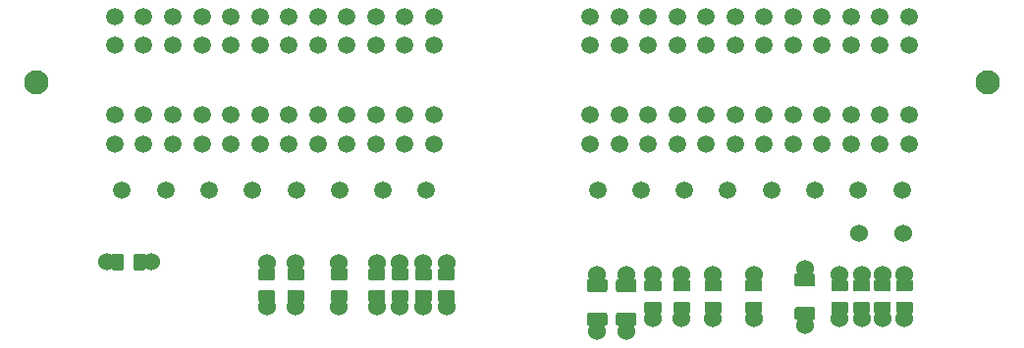
<source format=gts>
G04 #@! TF.GenerationSoftware,KiCad,Pcbnew,8.0.6-8.0.6-0~ubuntu22.04.1*
G04 #@! TF.CreationDate,2024-11-30T07:36:20+00:00*
G04 #@! TF.ProjectId,hellen-112-17,68656c6c-656e-42d3-9131-322d31372e6b,B*
G04 #@! TF.SameCoordinates,Original*
G04 #@! TF.FileFunction,Soldermask,Top*
G04 #@! TF.FilePolarity,Negative*
%FSLAX46Y46*%
G04 Gerber Fmt 4.6, Leading zero omitted, Abs format (unit mm)*
G04 Created by KiCad (PCBNEW 8.0.6-8.0.6-0~ubuntu22.04.1) date 2024-11-30 07:36:20*
%MOMM*%
%LPD*%
G01*
G04 APERTURE LIST*
%ADD10C,2.100000*%
%ADD11C,1.500000*%
%ADD12C,1.524000*%
G04 APERTURE END LIST*
D10*
G04 #@! TO.C,J1*
X2154267Y84016479D03*
X84154267Y84016479D03*
D11*
X77404267Y89716479D03*
X74904267Y89716479D03*
X72404267Y89716479D03*
X69904267Y89716479D03*
X67404267Y89716479D03*
X64904267Y89716479D03*
X62404267Y89716479D03*
X59904267Y89716479D03*
X57404267Y89716479D03*
X54904267Y89716479D03*
X52404267Y89716479D03*
X49904267Y89716479D03*
X77404267Y87216479D03*
X74904267Y87216479D03*
X72404267Y87216479D03*
X69904267Y87216479D03*
X67404267Y87216479D03*
X64904267Y87216479D03*
X62404267Y87216479D03*
X59904267Y87216479D03*
X57404267Y87216479D03*
X54904267Y87216479D03*
X52404267Y87216479D03*
X49904267Y87216479D03*
X77404267Y81216479D03*
X74904267Y81216479D03*
X72404267Y81216479D03*
X69904267Y81216479D03*
X67404267Y81216479D03*
X64904267Y81216479D03*
X62404267Y81216479D03*
X59904267Y81216479D03*
X57404267Y81216479D03*
X54904267Y81216479D03*
X52404267Y81216479D03*
X49904267Y81216479D03*
X77404267Y78716479D03*
X74904267Y78716479D03*
X72404267Y78716479D03*
X69904267Y78716479D03*
X67404267Y78716479D03*
X64904267Y78716479D03*
X62404267Y78716479D03*
X59904267Y78716479D03*
X57404267Y78716479D03*
X54904267Y78716479D03*
X52404267Y78716479D03*
X49904267Y78716479D03*
X76779267Y74716479D03*
X73029267Y74716479D03*
X69279267Y74716479D03*
X65529267Y74716479D03*
X61779267Y74716479D03*
X58029267Y74716479D03*
X54279267Y74716479D03*
X50529267Y74716479D03*
X36404267Y89716479D03*
X33904267Y89716479D03*
X31404267Y89716479D03*
X28904267Y89716479D03*
X26404267Y89716479D03*
X23904267Y89716479D03*
X21404267Y89716479D03*
X18904267Y89716479D03*
X16404267Y89716479D03*
X13904267Y89716479D03*
X11404267Y89716479D03*
X8904267Y89716479D03*
X36404267Y87216479D03*
X33904267Y87216479D03*
X31404267Y87216479D03*
X28904267Y87216479D03*
X26404267Y87216479D03*
X23904267Y87216479D03*
X21404267Y87216479D03*
X18904267Y87216479D03*
X16404267Y87216479D03*
X13904267Y87216479D03*
X11404267Y87216479D03*
X8904267Y87216479D03*
X36404267Y81216479D03*
X33904267Y81216479D03*
X31404267Y81216479D03*
X28904267Y81216479D03*
X26404267Y81216479D03*
X23904267Y81216479D03*
X21404267Y81216479D03*
X18904267Y81216479D03*
X16404267Y81216479D03*
X13904267Y81216479D03*
X11404267Y81216479D03*
X8904267Y81216479D03*
X36404267Y78716479D03*
X33904267Y78716479D03*
X31404267Y78716479D03*
X28904267Y78716479D03*
X26404267Y78716479D03*
X23904267Y78716479D03*
X21404267Y78716479D03*
X18904267Y78716479D03*
X16404267Y78716479D03*
X13904267Y78716479D03*
X11404267Y78716479D03*
X8904267Y78716479D03*
X35779267Y74716479D03*
X32029267Y74716479D03*
X28279267Y74716479D03*
X24529267Y74716479D03*
X20779267Y74716479D03*
X17029267Y74716479D03*
X13279267Y74716479D03*
X9529267Y74716479D03*
G04 #@! TD*
D12*
G04 #@! TO.C,R13*
X33500000Y68405000D03*
G36*
G01*
X32875000Y67950001D02*
X34125000Y67950001D01*
G75*
G02*
X34225000Y67850001I0J-100000D01*
G01*
X34225000Y67050001D01*
G75*
G02*
X34125000Y66950001I-100000J0D01*
G01*
X32875000Y66950001D01*
G75*
G02*
X32775000Y67050001I0J100000D01*
G01*
X32775000Y67850001D01*
G75*
G02*
X32875000Y67950001I100000J0D01*
G01*
G37*
G36*
G01*
X32875000Y66049979D02*
X34125000Y66049979D01*
G75*
G02*
X34225000Y65949979I0J-100000D01*
G01*
X34225000Y65149979D01*
G75*
G02*
X34125000Y65049979I-100000J0D01*
G01*
X32875000Y65049979D01*
G75*
G02*
X32775000Y65149979I0J100000D01*
G01*
X32775000Y65949979D01*
G75*
G02*
X32875000Y66049979I100000J0D01*
G01*
G37*
X33500000Y64595000D03*
G04 #@! TD*
G04 #@! TO.C,R11*
X8190000Y68500000D03*
G36*
G01*
X8644999Y67875000D02*
X8644999Y69125000D01*
G75*
G02*
X8744999Y69225000I100000J0D01*
G01*
X9544999Y69225000D01*
G75*
G02*
X9644999Y69125000I0J-100000D01*
G01*
X9644999Y67875000D01*
G75*
G02*
X9544999Y67775000I-100000J0D01*
G01*
X8744999Y67775000D01*
G75*
G02*
X8644999Y67875000I0J100000D01*
G01*
G37*
G36*
G01*
X10545021Y67875000D02*
X10545021Y69125000D01*
G75*
G02*
X10645021Y69225000I100000J0D01*
G01*
X11445021Y69225000D01*
G75*
G02*
X11545021Y69125000I0J-100000D01*
G01*
X11545021Y67875000D01*
G75*
G02*
X11445021Y67775000I-100000J0D01*
G01*
X10645021Y67775000D01*
G75*
G02*
X10545021Y67875000I0J100000D01*
G01*
G37*
X12000000Y68500000D03*
G04 #@! TD*
G04 #@! TO.C,R14*
X31500000Y68405000D03*
G36*
G01*
X30875000Y67950001D02*
X32125000Y67950001D01*
G75*
G02*
X32225000Y67850001I0J-100000D01*
G01*
X32225000Y67050001D01*
G75*
G02*
X32125000Y66950001I-100000J0D01*
G01*
X30875000Y66950001D01*
G75*
G02*
X30775000Y67050001I0J100000D01*
G01*
X30775000Y67850001D01*
G75*
G02*
X30875000Y67950001I100000J0D01*
G01*
G37*
G36*
G01*
X30875000Y66049979D02*
X32125000Y66049979D01*
G75*
G02*
X32225000Y65949979I0J-100000D01*
G01*
X32225000Y65149979D01*
G75*
G02*
X32125000Y65049979I-100000J0D01*
G01*
X30875000Y65049979D01*
G75*
G02*
X30775000Y65149979I0J100000D01*
G01*
X30775000Y65949979D01*
G75*
G02*
X30875000Y66049979I100000J0D01*
G01*
G37*
X31500000Y64595000D03*
G04 #@! TD*
G04 #@! TO.C,R12*
X22000000Y68405000D03*
G36*
G01*
X21375000Y67950001D02*
X22625000Y67950001D01*
G75*
G02*
X22725000Y67850001I0J-100000D01*
G01*
X22725000Y67050001D01*
G75*
G02*
X22625000Y66950001I-100000J0D01*
G01*
X21375000Y66950001D01*
G75*
G02*
X21275000Y67050001I0J100000D01*
G01*
X21275000Y67850001D01*
G75*
G02*
X21375000Y67950001I100000J0D01*
G01*
G37*
G36*
G01*
X21375000Y66049979D02*
X22625000Y66049979D01*
G75*
G02*
X22725000Y65949979I0J-100000D01*
G01*
X22725000Y65149979D01*
G75*
G02*
X22625000Y65049979I-100000J0D01*
G01*
X21375000Y65049979D01*
G75*
G02*
X21275000Y65149979I0J100000D01*
G01*
X21275000Y65949979D01*
G75*
G02*
X21375000Y66049979I100000J0D01*
G01*
G37*
X22000000Y64595000D03*
G04 #@! TD*
G04 #@! TO.C,F2*
X53000000Y67450000D03*
G36*
G01*
X52100000Y66105010D02*
X52100000Y66795010D01*
G75*
G02*
X52330000Y67025010I230000J0D01*
G01*
X53670000Y67025010D01*
G75*
G02*
X53900000Y66795010I0J-230000D01*
G01*
X53900000Y66105010D01*
G75*
G02*
X53670000Y65875010I-230000J0D01*
G01*
X52330000Y65875010D01*
G75*
G02*
X52100000Y66105010I0J230000D01*
G01*
G37*
G36*
G01*
X52100000Y63204990D02*
X52100000Y63894990D01*
G75*
G02*
X52330000Y64124990I230000J0D01*
G01*
X53670000Y64124990D01*
G75*
G02*
X53900000Y63894990I0J-230000D01*
G01*
X53900000Y63204990D01*
G75*
G02*
X53670000Y62974990I-230000J0D01*
G01*
X52330000Y62974990D01*
G75*
G02*
X52100000Y63204990I0J230000D01*
G01*
G37*
X53000000Y62550000D03*
G04 #@! TD*
G04 #@! TO.C,R15*
X28250000Y68405000D03*
G36*
G01*
X27625000Y67950001D02*
X28875000Y67950001D01*
G75*
G02*
X28975000Y67850001I0J-100000D01*
G01*
X28975000Y67050001D01*
G75*
G02*
X28875000Y66950001I-100000J0D01*
G01*
X27625000Y66950001D01*
G75*
G02*
X27525000Y67050001I0J100000D01*
G01*
X27525000Y67850001D01*
G75*
G02*
X27625000Y67950001I100000J0D01*
G01*
G37*
G36*
G01*
X27625000Y66049979D02*
X28875000Y66049979D01*
G75*
G02*
X28975000Y65949979I0J-100000D01*
G01*
X28975000Y65149979D01*
G75*
G02*
X28875000Y65049979I-100000J0D01*
G01*
X27625000Y65049979D01*
G75*
G02*
X27525000Y65149979I0J100000D01*
G01*
X27525000Y65949979D01*
G75*
G02*
X27625000Y66049979I100000J0D01*
G01*
G37*
X28250000Y64595000D03*
G04 #@! TD*
G04 #@! TO.C,F1*
X68400000Y67950000D03*
G36*
G01*
X67500000Y66605010D02*
X67500000Y67295010D01*
G75*
G02*
X67730000Y67525010I230000J0D01*
G01*
X69070000Y67525010D01*
G75*
G02*
X69300000Y67295010I0J-230000D01*
G01*
X69300000Y66605010D01*
G75*
G02*
X69070000Y66375010I-230000J0D01*
G01*
X67730000Y66375010D01*
G75*
G02*
X67500000Y66605010I0J230000D01*
G01*
G37*
G36*
G01*
X67500000Y63704990D02*
X67500000Y64394990D01*
G75*
G02*
X67730000Y64624990I230000J0D01*
G01*
X69070000Y64624990D01*
G75*
G02*
X69300000Y64394990I0J-230000D01*
G01*
X69300000Y63704990D01*
G75*
G02*
X69070000Y63474990I-230000J0D01*
G01*
X67730000Y63474990D01*
G75*
G02*
X67500000Y63704990I0J230000D01*
G01*
G37*
X68400000Y63050000D03*
G04 #@! TD*
G04 #@! TO.C,F3*
X50500000Y67450000D03*
G36*
G01*
X49600000Y66105010D02*
X49600000Y66795010D01*
G75*
G02*
X49830000Y67025010I230000J0D01*
G01*
X51170000Y67025010D01*
G75*
G02*
X51400000Y66795010I0J-230000D01*
G01*
X51400000Y66105010D01*
G75*
G02*
X51170000Y65875010I-230000J0D01*
G01*
X49830000Y65875010D01*
G75*
G02*
X49600000Y66105010I0J230000D01*
G01*
G37*
G36*
G01*
X49600000Y63204990D02*
X49600000Y63894990D01*
G75*
G02*
X49830000Y64124990I230000J0D01*
G01*
X51170000Y64124990D01*
G75*
G02*
X51400000Y63894990I0J-230000D01*
G01*
X51400000Y63204990D01*
G75*
G02*
X51170000Y62974990I-230000J0D01*
G01*
X49830000Y62974990D01*
G75*
G02*
X49600000Y63204990I0J230000D01*
G01*
G37*
X50500000Y62550000D03*
G04 #@! TD*
G04 #@! TO.C,R1*
X64000000Y67405000D03*
G36*
G01*
X63375000Y66950001D02*
X64625000Y66950001D01*
G75*
G02*
X64725000Y66850001I0J-100000D01*
G01*
X64725000Y66050001D01*
G75*
G02*
X64625000Y65950001I-100000J0D01*
G01*
X63375000Y65950001D01*
G75*
G02*
X63275000Y66050001I0J100000D01*
G01*
X63275000Y66850001D01*
G75*
G02*
X63375000Y66950001I100000J0D01*
G01*
G37*
G36*
G01*
X63375000Y65049979D02*
X64625000Y65049979D01*
G75*
G02*
X64725000Y64949979I0J-100000D01*
G01*
X64725000Y64149979D01*
G75*
G02*
X64625000Y64049979I-100000J0D01*
G01*
X63375000Y64049979D01*
G75*
G02*
X63275000Y64149979I0J100000D01*
G01*
X63275000Y64949979D01*
G75*
G02*
X63375000Y65049979I100000J0D01*
G01*
G37*
X64000000Y63595000D03*
G04 #@! TD*
G04 #@! TO.C,R9*
X37500000Y68405000D03*
G36*
G01*
X36875000Y67950001D02*
X38125000Y67950001D01*
G75*
G02*
X38225000Y67850001I0J-100000D01*
G01*
X38225000Y67050001D01*
G75*
G02*
X38125000Y66950001I-100000J0D01*
G01*
X36875000Y66950001D01*
G75*
G02*
X36775000Y67050001I0J100000D01*
G01*
X36775000Y67850001D01*
G75*
G02*
X36875000Y67950001I100000J0D01*
G01*
G37*
G36*
G01*
X36875000Y66049979D02*
X38125000Y66049979D01*
G75*
G02*
X38225000Y65949979I0J-100000D01*
G01*
X38225000Y65149979D01*
G75*
G02*
X38125000Y65049979I-100000J0D01*
G01*
X36875000Y65049979D01*
G75*
G02*
X36775000Y65149979I0J100000D01*
G01*
X36775000Y65949979D01*
G75*
G02*
X36875000Y66049979I100000J0D01*
G01*
G37*
X37500000Y64595000D03*
G04 #@! TD*
G04 #@! TO.C,R6*
X77000000Y67405000D03*
G36*
G01*
X76375000Y66950001D02*
X77625000Y66950001D01*
G75*
G02*
X77725000Y66850001I0J-100000D01*
G01*
X77725000Y66050001D01*
G75*
G02*
X77625000Y65950001I-100000J0D01*
G01*
X76375000Y65950001D01*
G75*
G02*
X76275000Y66050001I0J100000D01*
G01*
X76275000Y66850001D01*
G75*
G02*
X76375000Y66950001I100000J0D01*
G01*
G37*
G36*
G01*
X76375000Y65049979D02*
X77625000Y65049979D01*
G75*
G02*
X77725000Y64949979I0J-100000D01*
G01*
X77725000Y64149979D01*
G75*
G02*
X77625000Y64049979I-100000J0D01*
G01*
X76375000Y64049979D01*
G75*
G02*
X76275000Y64149979I0J100000D01*
G01*
X76275000Y64949979D01*
G75*
G02*
X76375000Y65049979I100000J0D01*
G01*
G37*
X77000000Y63595000D03*
G04 #@! TD*
G04 #@! TO.C,R4*
X71400000Y67405000D03*
G36*
G01*
X70775000Y66950001D02*
X72025000Y66950001D01*
G75*
G02*
X72125000Y66850001I0J-100000D01*
G01*
X72125000Y66050001D01*
G75*
G02*
X72025000Y65950001I-100000J0D01*
G01*
X70775000Y65950001D01*
G75*
G02*
X70675000Y66050001I0J100000D01*
G01*
X70675000Y66850001D01*
G75*
G02*
X70775000Y66950001I100000J0D01*
G01*
G37*
G36*
G01*
X70775000Y65049979D02*
X72025000Y65049979D01*
G75*
G02*
X72125000Y64949979I0J-100000D01*
G01*
X72125000Y64149979D01*
G75*
G02*
X72025000Y64049979I-100000J0D01*
G01*
X70775000Y64049979D01*
G75*
G02*
X70675000Y64149979I0J100000D01*
G01*
X70675000Y64949979D01*
G75*
G02*
X70775000Y65049979I100000J0D01*
G01*
G37*
X71400000Y63595000D03*
G04 #@! TD*
G04 #@! TO.C,R8*
X73300000Y67405000D03*
G36*
G01*
X72675000Y66950001D02*
X73925000Y66950001D01*
G75*
G02*
X74025000Y66850001I0J-100000D01*
G01*
X74025000Y66050001D01*
G75*
G02*
X73925000Y65950001I-100000J0D01*
G01*
X72675000Y65950001D01*
G75*
G02*
X72575000Y66050001I0J100000D01*
G01*
X72575000Y66850001D01*
G75*
G02*
X72675000Y66950001I100000J0D01*
G01*
G37*
G36*
G01*
X72675000Y65049979D02*
X73925000Y65049979D01*
G75*
G02*
X74025000Y64949979I0J-100000D01*
G01*
X74025000Y64149979D01*
G75*
G02*
X73925000Y64049979I-100000J0D01*
G01*
X72675000Y64049979D01*
G75*
G02*
X72575000Y64149979I0J100000D01*
G01*
X72575000Y64949979D01*
G75*
G02*
X72675000Y65049979I100000J0D01*
G01*
G37*
X73300000Y63595000D03*
G04 #@! TD*
G04 #@! TO.C,R10*
X35500000Y68405000D03*
G36*
G01*
X34875000Y67950001D02*
X36125000Y67950001D01*
G75*
G02*
X36225000Y67850001I0J-100000D01*
G01*
X36225000Y67050001D01*
G75*
G02*
X36125000Y66950001I-100000J0D01*
G01*
X34875000Y66950001D01*
G75*
G02*
X34775000Y67050001I0J100000D01*
G01*
X34775000Y67850001D01*
G75*
G02*
X34875000Y67950001I100000J0D01*
G01*
G37*
G36*
G01*
X34875000Y66049979D02*
X36125000Y66049979D01*
G75*
G02*
X36225000Y65949979I0J-100000D01*
G01*
X36225000Y65149979D01*
G75*
G02*
X36125000Y65049979I-100000J0D01*
G01*
X34875000Y65049979D01*
G75*
G02*
X34775000Y65149979I0J100000D01*
G01*
X34775000Y65949979D01*
G75*
G02*
X34875000Y66049979I100000J0D01*
G01*
G37*
X35500000Y64595000D03*
G04 #@! TD*
G04 #@! TO.C,R7*
X75100000Y67405000D03*
G36*
G01*
X74475000Y66950001D02*
X75725000Y66950001D01*
G75*
G02*
X75825000Y66850001I0J-100000D01*
G01*
X75825000Y66050001D01*
G75*
G02*
X75725000Y65950001I-100000J0D01*
G01*
X74475000Y65950001D01*
G75*
G02*
X74375000Y66050001I0J100000D01*
G01*
X74375000Y66850001D01*
G75*
G02*
X74475000Y66950001I100000J0D01*
G01*
G37*
G36*
G01*
X74475000Y65049979D02*
X75725000Y65049979D01*
G75*
G02*
X75825000Y64949979I0J-100000D01*
G01*
X75825000Y64149979D01*
G75*
G02*
X75725000Y64049979I-100000J0D01*
G01*
X74475000Y64049979D01*
G75*
G02*
X74375000Y64149979I0J100000D01*
G01*
X74375000Y64949979D01*
G75*
G02*
X74475000Y65049979I100000J0D01*
G01*
G37*
X75100000Y63595000D03*
G04 #@! TD*
G04 #@! TO.C,R16*
X24500000Y68405000D03*
G36*
G01*
X23875000Y67950001D02*
X25125000Y67950001D01*
G75*
G02*
X25225000Y67850001I0J-100000D01*
G01*
X25225000Y67050001D01*
G75*
G02*
X25125000Y66950001I-100000J0D01*
G01*
X23875000Y66950001D01*
G75*
G02*
X23775000Y67050001I0J100000D01*
G01*
X23775000Y67850001D01*
G75*
G02*
X23875000Y67950001I100000J0D01*
G01*
G37*
G36*
G01*
X23875000Y66049979D02*
X25125000Y66049979D01*
G75*
G02*
X25225000Y65949979I0J-100000D01*
G01*
X25225000Y65149979D01*
G75*
G02*
X25125000Y65049979I-100000J0D01*
G01*
X23875000Y65049979D01*
G75*
G02*
X23775000Y65149979I0J100000D01*
G01*
X23775000Y65949979D01*
G75*
G02*
X23875000Y66049979I100000J0D01*
G01*
G37*
X24500000Y64595000D03*
G04 #@! TD*
G04 #@! TO.C,R5*
X57800000Y67405000D03*
G36*
G01*
X57175000Y66950001D02*
X58425000Y66950001D01*
G75*
G02*
X58525000Y66850001I0J-100000D01*
G01*
X58525000Y66050001D01*
G75*
G02*
X58425000Y65950001I-100000J0D01*
G01*
X57175000Y65950001D01*
G75*
G02*
X57075000Y66050001I0J100000D01*
G01*
X57075000Y66850001D01*
G75*
G02*
X57175000Y66950001I100000J0D01*
G01*
G37*
G36*
G01*
X57175000Y65049979D02*
X58425000Y65049979D01*
G75*
G02*
X58525000Y64949979I0J-100000D01*
G01*
X58525000Y64149979D01*
G75*
G02*
X58425000Y64049979I-100000J0D01*
G01*
X57175000Y64049979D01*
G75*
G02*
X57075000Y64149979I0J100000D01*
G01*
X57075000Y64949979D01*
G75*
G02*
X57175000Y65049979I100000J0D01*
G01*
G37*
X57800000Y63595000D03*
G04 #@! TD*
G04 #@! TO.C,R2*
X60500000Y67405000D03*
G36*
G01*
X59875000Y66950001D02*
X61125000Y66950001D01*
G75*
G02*
X61225000Y66850001I0J-100000D01*
G01*
X61225000Y66050001D01*
G75*
G02*
X61125000Y65950001I-100000J0D01*
G01*
X59875000Y65950001D01*
G75*
G02*
X59775000Y66050001I0J100000D01*
G01*
X59775000Y66850001D01*
G75*
G02*
X59875000Y66950001I100000J0D01*
G01*
G37*
G36*
G01*
X59875000Y65049979D02*
X61125000Y65049979D01*
G75*
G02*
X61225000Y64949979I0J-100000D01*
G01*
X61225000Y64149979D01*
G75*
G02*
X61125000Y64049979I-100000J0D01*
G01*
X59875000Y64049979D01*
G75*
G02*
X59775000Y64149979I0J100000D01*
G01*
X59775000Y64949979D01*
G75*
G02*
X59875000Y65049979I100000J0D01*
G01*
G37*
X60500000Y63595000D03*
G04 #@! TD*
G04 #@! TO.C,R3*
X55300000Y67405000D03*
G36*
G01*
X54675000Y66950001D02*
X55925000Y66950001D01*
G75*
G02*
X56025000Y66850001I0J-100000D01*
G01*
X56025000Y66050001D01*
G75*
G02*
X55925000Y65950001I-100000J0D01*
G01*
X54675000Y65950001D01*
G75*
G02*
X54575000Y66050001I0J100000D01*
G01*
X54575000Y66850001D01*
G75*
G02*
X54675000Y66950001I100000J0D01*
G01*
G37*
G36*
G01*
X54675000Y65049979D02*
X55925000Y65049979D01*
G75*
G02*
X56025000Y64949979I0J-100000D01*
G01*
X56025000Y64149979D01*
G75*
G02*
X55925000Y64049979I-100000J0D01*
G01*
X54675000Y64049979D01*
G75*
G02*
X54575000Y64149979I0J100000D01*
G01*
X54575000Y64949979D01*
G75*
G02*
X54675000Y65049979I100000J0D01*
G01*
G37*
X55300000Y63595000D03*
G04 #@! TD*
G04 #@! TO.C,R54*
X73090000Y71000000D03*
X76900000Y71000000D03*
G04 #@! TD*
M02*

</source>
